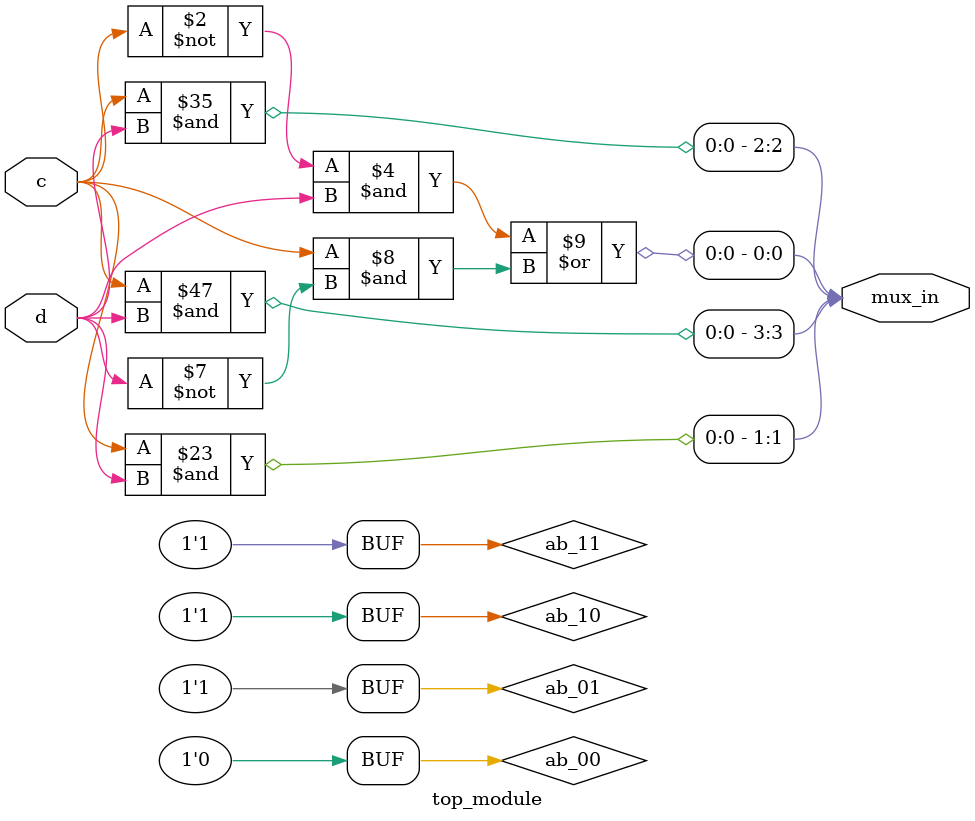
<source format=sv>
module top_module (
    input c,
    input d,
    output [3:0] mux_in
);

wire ab_00, ab_01, ab_11, ab_10;

assign ab_00 = 1'b0;
assign ab_01 = 1'b1;
assign ab_11 = 1'b1;
assign ab_10 = 1'b1;

assign mux_in[0] = (~ab_00 & ~c & d) | (~ab_00 & c & ~d) | (ab_00 & c & d);
assign mux_in[1] = (~ab_01 & ~c & d) | (~ab_01 & c & ~d) | (ab_01 & c & d);
assign mux_in[2] = (~ab_11 & ~c & d) | (~ab_11 & c & ~d) | (ab_11 & c & d);
assign mux_in[3] = (~ab_10 & ~c & d) | (~ab_10 & c & ~d) | (ab_10 & c & d);

endmodule

</source>
